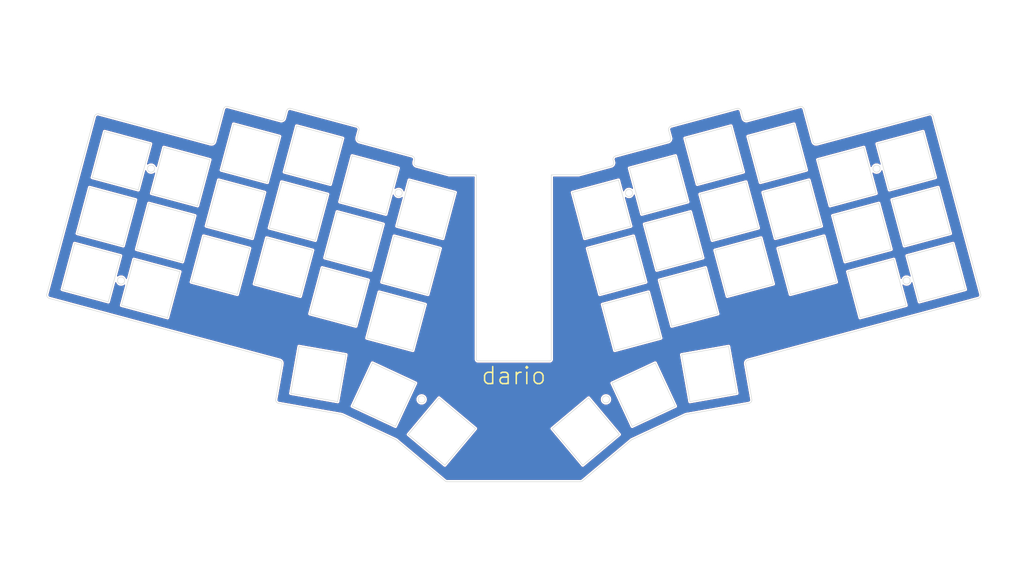
<source format=kicad_pcb>
(kicad_pcb (version 20211014) (generator pcbnew)
  (title_block (title "top_plate") (rev "v1.0.0") (company "Unknown"))
  (layers (0 "F.Cu" signal) (31 "B.Cu" signal) (34 "B.Paste" user) (35 "F.Paste" user) (36 "B.SilkS" user "B.Silkscreen") (37 "F.SilkS" user "F.Silkscreen") (38 "B.Mask" user) (39 "F.Mask" user) (44 "Edge.Cuts" user))
  (net 0 "")
  (gr_line (start 266.119319 119.685662) (end 265.536976 117.512328) (layer "Edge.Cuts") (width 0.15))
  (gr_line (start 309.259804 126.140009) (end 312.88327 139.662971) (layer "Edge.Cuts") (width 0.15))
  (gr_arc (start 174.820588 120.910407) (mid 174.213382 120.444481) (end 174.113481 119.685662) (layer "Edge.Cuts") (width 0.15))
  (gr_line (start 95.663446 134.278539) (end 92.03998 147.8015) (layer "Edge.Cuts") (width 0.15))
  (gr_circle (center 247.155925 196.45733) (end 248.205925 196.45733) (layer "Edge.Cuts") (width 0.15) (fill none))
  (gr_line (start 83.836412 166.826523) (end 151.406943 184.931992) (layer "Edge.Cuts") (width 0.15))
  (gr_line (start 109.962865 135.004228) (end 113.586332 121.481266) (layer "Edge.Cuts") (width 0.15))
  (gr_line (start 83.129305 165.601778) (end 97.105533 113.441783) (layer "Edge.Cuts") (width 0.15))
  (gr_line (start 161.126406 152.699271) (end 147.603445 149.075804) (layer "Edge.Cuts") (width 0.15))
  (gr_line (start 258.839538 162.063808) (end 255.216071 148.540846) (layer "Edge.Cuts") (width 0.15))
  (gr_line (start 104.786484 154.322744) (end 91.263522 150.699278) (layer "Edge.Cuts") (width 0.15))
  (gr_line (start 177.41309 161.463198) (end 163.890129 157.839732) (layer "Edge.Cuts") (width 0.15))
  (gr_arc (start 191.547264 128.03226) (mid 190.940058 127.566334) (end 190.840157 126.807515) (layer "Edge.Cuts") (width 0.15))
  (gr_line (start 343.127267 113.441783) (end 357.103495 165.601778) (layer "Edge.Cuts") (width 0.15))
  (gr_line (start 242.068809 196.026461) (end 231.344186 205.025487) (layer "Edge.Cuts") (width 0.15))
  (gr_line (start 165.52633 136.278532) (end 152.003369 132.655065) (layer "Edge.Cuts") (width 0.15))
  (gr_line (start 191.318297 191.680362) (end 178.629988 185.763706) (layer "Edge.Cuts") (width 0.15))
  (gr_arc (start 304.049245 110.557645) (mid 304.808064 110.657546) (end 305.27399 111.264752) (layer "Edge.Cuts") (width 0.15))
  (gr_circle (center 253.899744 135.900839) (end 254.949744 135.900839) (layer "Edge.Cuts") (width 0.15) (fill none))
  (gr_line (start 321.683118 172.504449) (end 335.206079 168.880982) (layer "Edge.Cuts") (width 0.15))
  (gr_line (start 98.330278 112.734676) (end 131.171756 121.534524) (layer "Edge.Cuts") (width 0.15))
  (gr_line (start 134.29318 129.20373) (end 147.816141 132.827196) (layer "Edge.Cuts") (width 0.15))
  (gr_line (start 297.59304 152.145713) (end 301.216506 165.668674) (layer "Edge.Cuts") (width 0.15))
  (gr_line (start 313.659727 142.560748) (end 317.283194 156.08371) (layer "Edge.Cuts") (width 0.15))
  (gr_line (start 258.419786 145.042459) (end 262.043253 158.565421) (layer "Edge.Cuts") (width 0.15))
  (gr_line (start 148.379902 146.178027) (end 161.902864 149.801493) (layer "Edge.Cuts") (width 0.15))
  (gr_line (start 276.342671 157.839732) (end 262.81971 161.463198) (layer "Edge.Cuts") (width 0.15))
  (gr_line (start 151.439608 119.304235) (end 137.916646 115.680768) (layer "Edge.Cuts") (width 0.15))
  (gr_line (start 178.629988 185.763706) (end 172.713332 198.452015) (layer "Edge.Cuts") (width 0.15))
  (gr_line (start 132.396501 120.827417) (end 134.95881 111.264752) (layer "Edge.Cuts") (width 0.15))
  (gr_line (start 292.629355 149.075804) (end 279.106394 152.699271) (layer "Edge.Cuts") (width 0.15))
  (gr_arc (start 240.294836 220.359628) (mid 239.977262 220.539224) (end 239.6164 220.592948) (layer "Edge.Cuts") (width 0.15))
  (gr_line (start 275.566214 154.941954) (end 271.942748 141.418993) (layer "Edge.Cuts") (width 0.15))
  (gr_line (start 113.586332 121.481266) (end 100.06337 117.8578) (layer "Edge.Cuts") (width 0.15))
  (gr_line (start 181.813014 145.042459) (end 168.290052 141.418993) (layer "Edge.Cuts") (width 0.15))
  (gr_line (start 263.239462 178.484547) (end 259.615995 164.961586) (layer "Edge.Cuts") (width 0.15))
  (gr_arc (start 341.902522 112.734676) (mid 342.661341 112.834577) (end 343.127267 113.441783) (layer "Edge.Cuts") (width 0.15))
  (gr_line (start 259.615995 164.961586) (end 246.093034 168.585052) (layer "Edge.Cuts") (width 0.15))
  (gr_line (start 199.316148 149.266536) (end 202.939614 135.743574) (layer "Edge.Cuts") (width 0.15))
  (gr_line (start 288.793192 119.304235) (end 292.416659 132.827196) (layer "Edge.Cuts") (width 0.15))
  (gr_line (start 273.930013 133.380754) (end 287.452974 129.757288) (layer "Edge.Cuts") (width 0.15))
  (gr_line (start 182.589471 142.144682) (end 186.212938 128.62172) (layer "Edge.Cuts") (width 0.15))
  (gr_line (start 326.406232 136.039504) (end 322.782765 122.516543) (layer "Edge.Cuts") (width 0.15))
  (gr_line (start 101.163018 167.845706) (end 104.786484 154.322744) (layer "Edge.Cuts") (width 0.15))
  (gr_line (start 122.173149 158.981487) (end 108.650187 155.358021) (layer "Edge.Cuts") (width 0.15))
  (gr_line (start 143.416218 149.247935) (end 147.039684 135.724974) (layer "Edge.Cuts") (width 0.15))
  (gr_line (start 154.6702 111.111203) (end 173.988717 116.287584) (layer "Edge.Cuts") (width 0.15))
  (gr_line (start 288.594432 114.698749) (end 304.049245 110.557645) (layer "Edge.Cuts") (width 0.15))
  (gr_line (start 189.164965 206.751083) (end 199.889587 215.75011) (layer "Edge.Cuts") (width 0.15))
  (gr_line (start 254.767295 208.260274) (end 270.453294 200.945772) (layer "Edge.Cuts") (width 0.15))
  (gr_line (start 286.787344 111.81831) (end 287.369687 113.991643) (layer "Edge.Cuts") (width 0.15))
  (gr_line (start 87.640056 164.22224) (end 101.163018 167.845706) (layer "Edge.Cuts") (width 0.15))
  (gr_arc (start 169.530536 200.867272) (mid 169.657594 200.898363) (end 169.779506 200.945772) (layer "Edge.Cuts") (width 0.15))
  (gr_line (start 270.306546 119.857793) (end 273.930013 133.380754) (layer "Edge.Cuts") (width 0.15))
  (gr_circle (center 186.333056 135.900839) (end 187.383056 135.900839) (layer "Edge.Cuts") (width 0.15) (fill none))
  (gr_line (start 335.446316 154.322744) (end 339.069783 167.845706) (layer "Edge.Cuts") (width 0.15))
  (gr_line (start 314.739468 162.045208) (end 311.116001 148.522246) (layer "Edge.Cuts") (width 0.15))
  (gr_arc (start 285.5626 111.111204) (mid 286.321418 111.211104) (end 286.787344 111.81831) (layer "Edge.Cuts") (width 0.15))
  (gr_line (start 200.6164 220.592948) (end 200.6164 220.593322) (layer "Edge.Cuts") (width 0.15))
  (gr_line (start 168.461627 197.124802) (end 170.892702 183.337493) (layer "Edge.Cuts") (width 0.15))
  (gr_line (start 129.893256 145.624469) (end 143.416218 149.247935) (layer "Edge.Cuts") (width 0.15))
  (gr_line (start 246.093034 168.585052) (end 249.7165 182.108014) (layer "Edge.Cuts") (width 0.15))
  (gr_line (start 288.099868 186.071566) (end 289.931833 196.461154) (layer "Edge.Cuts") (width 0.15))
  (gr_line (start 180.616805 164.961586) (end 176.993338 178.484547) (layer "Edge.Cuts") (width 0.15))
  (gr_line (start 250.816148 132.120107) (end 237.293186 135.743574) (layer "Edge.Cuts") (width 0.15))
  (gr_line (start 279.106394 152.699271) (end 282.72986 166.222232) (layer "Edge.Cuts") (width 0.15))
  (gr_arc (start 134.95881 111.264752) (mid 135.424736 110.657546) (end 136.183555 110.557645) (layer "Edge.Cuts") (width 0.15))
  (gr_line (start 186.212938 128.62172) (end 172.689976 124.998254) (layer "Edge.Cuts") (width 0.15))
  (gr_line (start 176.993338 178.484547) (end 190.5163 182.108014) (layer "Edge.Cuts") (width 0.15))
  (gr_line (start 340.16943 117.8578) (end 326.646468 121.481266) (layer "Edge.Cuts") (width 0.15))
  (gr_line (start 302.316154 115.680768) (end 288.793192 119.304235) (layer "Edge.Cuts") (width 0.15))
  (gr_arc (start 357.103495 165.601778) (mid 357.003594 166.360597) (end 356.396388 166.826523) (layer "Edge.Cuts") (width 0.15))
  (gr_arc (start 288.099868 186.071566) (mid 288.241284 185.360618) (end 288.825857 184.931992) (layer "Edge.Cuts") (width 0.15))
  (gr_line (start 254.439614 145.643069) (end 250.816148 132.120107) (layer "Edge.Cuts") (width 0.15))
  (gr_line (start 335.206079 168.880982) (end 331.582613 155.358021) (layer "Edge.Cuts") (width 0.15))
  (gr_line (start 257.643329 142.144682) (end 271.16629 138.521215) (layer "Edge.Cuts") (width 0.15))
  (gr_line (start 92.03998 147.8015) (end 105.562941 151.424967) (layer "Edge.Cuts") (width 0.15))
  (gr_line (start 267.519468 198.452015) (end 261.602812 185.763706) (layer "Edge.Cuts") (width 0.15))
  (gr_circle (center 193.076875 196.45733) (end 194.126875 196.45733) (layer "Edge.Cuts") (width 0.15) (fill none))
  (gr_line (start 240.294836 220.359628) (end 254.547126 208.400537) (layer "Edge.Cuts") (width 0.15))
  (gr_line (start 185.401641 204.368671) (end 191.318297 191.680362) (layer "Edge.Cuts") (width 0.15))
  (gr_line (start 262.81971 161.463198) (end 266.443176 174.98616) (layer "Edge.Cuts") (width 0.15))
  (gr_line (start 185.793186 145.643069) (end 199.316148 149.266536) (layer "Edge.Cuts") (width 0.15))
  (gr_line (start 271.771173 197.124802) (end 285.558481 194.693727) (layer "Edge.Cuts") (width 0.15))
  (gr_line (start 150.300967 196.461154) (end 152.132932 186.071566) (layer "Edge.Cuts") (width 0.15))
  (gr_line (start 109.186408 137.902005) (end 95.663446 134.278539) (layer "Edge.Cuts") (width 0.15))
  (gr_line (start 143.979978 162.598766) (end 157.50294 166.222232) (layer "Edge.Cuts") (width 0.15))
  (gr_arc (start 288.594432 114.69875) (mid 287.835613 114.598849) (end 287.369687 113.991643) (layer "Edge.Cuts") (width 0.15))
  (gr_line (start 334.669859 151.424967) (end 348.19282 147.8015) (layer "Edge.Cuts") (width 0.15))
  (gr_line (start 231.1164 184.693322) (end 231.1164 130.593322) (layer "Edge.Cuts") (width 0.15))
  (gr_line (start 133.516723 132.101507) (end 129.893256 145.624469) (layer "Edge.Cuts") (width 0.15))
  (gr_line (start 312.88327 139.662971) (end 326.406232 136.039504) (layer "Edge.Cuts") (width 0.15))
  (gr_line (start 283.127407 180.906419) (end 269.340098 183.337493) (layer "Edge.Cuts") (width 0.15))
  (gr_arc (start 231.1164 184.693322) (mid 230.969953 185.046875) (end 230.6164 185.193322) (layer "Edge.Cuts") (width 0.15))
  (gr_line (start 267.542824 124.998254) (end 254.019862 128.62172) (layer "Edge.Cuts") (width 0.15))
  (gr_line (start 147.603445 149.075804) (end 143.979978 162.598766) (layer "Edge.Cuts") (width 0.15))
  (gr_line (start 136.183555 110.557645) (end 151.638368 114.698749) (layer "Edge.Cuts") (width 0.15))
  (gr_line (start 306.716077 132.101507) (end 293.193116 135.724974) (layer "Edge.Cuts") (width 0.15))
  (gr_line (start 310.339544 145.624469) (end 306.716077 132.101507) (layer "Edge.Cuts") (width 0.15))
  (gr_arc (start 249.250292 126.276256) (mid 249.350193 125.517437) (end 249.957399 125.051511) (layer "Edge.Cuts") (width 0.15))
  (gr_line (start 251.067835 206.751083) (end 242.068809 196.026461) (layer "Edge.Cuts") (width 0.15))
  (gr_line (start 199.889587 215.75011) (end 208.888614 205.025487) (layer "Edge.Cuts") (width 0.15))
  (gr_line (start 191.547264 128.03226) (end 201.105276 130.593322) (layer "Edge.Cuts") (width 0.15))
  (gr_line (start 309.061044 121.534524) (end 341.902522 112.734676) (layer "Edge.Cuts") (width 0.15))
  (gr_line (start 169.06651 138.521215) (end 182.589471 142.144682) (layer "Edge.Cuts") (width 0.15))
  (gr_line (start 241.69311 152.164313) (end 245.316576 165.687275) (layer "Edge.Cuts") (width 0.15))
  (gr_arc (start 254.547126 208.400537) (mid 254.652614 208.32319) (end 254.767295 208.260274) (layer "Edge.Cuts") (width 0.15))
  (gr_line (start 343.792897 131.380761) (end 340.16943 117.8578) (layer "Edge.Cuts") (width 0.15))
  (gr_line (start 287.452974 129.757288) (end 283.829508 116.234326) (layer "Edge.Cuts") (width 0.15))
  (gr_line (start 157.105393 180.906419) (end 154.674319 194.693727) (layer "Edge.Cuts") (width 0.15))
  (gr_arc (start 200.6164 220.592948) (mid 200.255538 220.539224) (end 199.937964 220.359628) (layer "Edge.Cuts") (width 0.15))
  (gr_line (start 330.806156 152.460243) (end 327.182689 138.937282) (layer "Edge.Cuts") (width 0.15))
  (gr_line (start 198.163992 196.026461) (end 189.164965 206.751083) (layer "Edge.Cuts") (width 0.15))
  (gr_line (start 161.902864 149.801493) (end 165.52633 136.278532) (layer "Edge.Cuts") (width 0.15))
  (gr_line (start 262.043253 158.565421) (end 275.566214 154.941954) (layer "Edge.Cuts") (width 0.15))
  (gr_line (start 271.16629 138.521215) (end 267.542824 124.998254) (layer "Edge.Cuts") (width 0.15))
  (gr_line (start 198.53969 152.164313) (end 185.016729 148.540846) (layer "Edge.Cuts") (width 0.15))
  (gr_line (start 249.392643 126.807515) (end 249.250292 126.276256) (layer "Edge.Cuts") (width 0.15))
  (gr_line (start 322.782765 122.516543) (end 309.259804 126.140009) (layer "Edge.Cuts") (width 0.15))
  (gr_line (start 170.892702 183.337493) (end 157.105393 180.906419) (layer "Edge.Cuts") (width 0.15))
  (gr_line (start 125.493332 162.045208) (end 139.016294 165.668674) (layer "Edge.Cuts") (width 0.15))
  (gr_line (start 278.329937 149.801493) (end 291.852898 146.178027) (layer "Edge.Cuts") (width 0.15))
  (gr_line (start 164.666586 154.941954) (end 178.189547 158.565421) (layer "Edge.Cuts") (width 0.15))
  (gr_line (start 108.650187 155.358021) (end 105.026721 168.880982) (layer "Edge.Cuts") (width 0.15))
  (gr_arc (start 173.988717 116.287583) (mid 174.595923 116.753509) (end 174.695824 117.512328) (layer "Edge.Cuts") (width 0.15))
  (gr_arc (start 152.863112 113.991643) (mid 152.397186 114.598849) (end 151.638368 114.698749) (layer "Edge.Cuts") (width 0.15))
  (gr_line (start 127.34953 139.662971) (end 130.972997 126.140009) (layer "Edge.Cuts") (width 0.15))
  (gr_line (start 152.003369 132.655065) (end 148.379902 146.178027) (layer "Edge.Cuts") (width 0.15))
  (gr_line (start 100.06337 117.8578) (end 96.439903 131.380761) (layer "Edge.Cuts") (width 0.15))
  (gr_line (start 239.6164 220.593322) (end 239.6164 220.592948) (layer "Edge.Cuts") (width 0.15))
  (gr_line (start 113.050111 138.937282) (end 109.426645 152.460243) (layer "Edge.Cuts") (width 0.15))
  (gr_line (start 152.779826 129.757288) (end 166.302787 133.380754) (layer "Edge.Cuts") (width 0.15))
  (gr_line (start 348.969278 150.699278) (end 335.446316 154.322744) (layer "Edge.Cuts") (width 0.15))
  (gr_line (start 178.189547 158.565421) (end 181.813014 145.042459) (layer "Edge.Cuts") (width 0.15))
  (gr_line (start 96.439903 131.380761) (end 109.962865 135.004228) (layer "Edge.Cuts") (width 0.15))
  (gr_line (start 296.816582 149.247935) (end 310.339544 145.624469) (layer "Edge.Cuts") (width 0.15))
  (gr_line (start 130.972997 126.140009) (end 117.450035 122.516543) (layer "Edge.Cuts") (width 0.15))
  (gr_line (start 239.127524 130.593322) (end 248.685536 128.03226) (layer "Edge.Cuts") (width 0.15))
  (gr_line (start 254.019862 128.62172) (end 257.643329 142.144682) (layer "Edge.Cuts") (width 0.15))
  (gr_line (start 245.316576 165.687275) (end 258.839538 162.063808) (layer "Edge.Cuts") (width 0.15))
  (gr_line (start 142.639761 152.145713) (end 129.116799 148.522246) (layer "Edge.Cuts") (width 0.15))
  (gr_line (start 185.685674 208.400537) (end 199.937964 220.359628) (layer "Edge.Cuts") (width 0.15))
  (gr_line (start 249.7165 182.108014) (end 263.239462 178.484547) (layer "Edge.Cuts") (width 0.15))
  (gr_line (start 109.426645 152.460243) (end 122.949606 156.08371) (layer "Edge.Cuts") (width 0.15))
  (gr_line (start 147.039684 135.724974) (end 133.516723 132.101507) (layer "Edge.Cuts") (width 0.15))
  (gr_circle (center 113.70645 128.760385) (end 114.75645 128.760385) (layer "Edge.Cuts") (width 0.15) (fill none))
  (gr_circle (center 335.326198 161.601863) (end 336.376198 161.601863) (layer "Edge.Cuts") (width 0.15) (fill none))
  (gr_line (start 344.569354 134.278539) (end 331.046392 137.902005) (layer "Edge.Cuts") (width 0.15))
  (gr_arc (start 289.931833 196.461154) (mid 289.766177 197.208379) (end 289.120673 197.61961) (layer "Edge.Cuts") (width 0.15))
  (gr_line (start 326.646468 121.481266) (end 330.269935 135.004228) (layer "Edge.Cuts") (width 0.15))
  (gr_line (start 254.831159 204.368671) (end 267.519468 198.452015) (layer "Edge.Cuts") (width 0.15))
  (gr_arc (start 190.275401 125.051511) (mid 190.882607 125.517437) (end 190.982508 126.276256) (layer "Edge.Cuts") (width 0.15))
  (gr_line (start 339.069783 167.845706) (end 352.592744 164.22224) (layer "Edge.Cuts") (width 0.15))
  (gr_line (start 185.016729 148.540846) (end 181.393262 162.063808) (layer "Edge.Cuts") (width 0.15))
  (gr_line (start 105.026721 168.880982) (end 118.549682 172.504449) (layer "Edge.Cuts") (width 0.15))
  (gr_line (start 181.393262 162.063808) (end 194.916224 165.687275) (layer "Edge.Cuts") (width 0.15))
  (gr_line (start 122.949606 156.08371) (end 126.573073 142.560748) (layer "Edge.Cuts") (width 0.15))
  (gr_line (start 118.549682 172.504449) (end 122.173149 158.981487) (layer "Edge.Cuts") (width 0.15))
  (gr_line (start 237.293186 135.743574) (end 240.916653 149.266536) (layer "Edge.Cuts") (width 0.15))
  (gr_line (start 208.888614 205.025487) (end 198.163992 196.026461) (layer "Edge.Cuts") (width 0.15))
  (gr_arc (start 153.445455 111.81831) (mid 153.911381 111.211104) (end 154.6702 111.111203) (layer "Edge.Cuts") (width 0.15))
  (gr_line (start 157.50294 166.222232) (end 161.126406 152.699271) (layer "Edge.Cuts") (width 0.15))
  (gr_line (start 311.116001 148.522246) (end 297.59304 152.145713) (layer "Edge.Cuts") (width 0.15))
  (gr_line (start 168.290052 141.418993) (end 164.666586 154.941954) (layer "Edge.Cuts") (width 0.15))
  (gr_line (start 291.852898 146.178027) (end 288.229432 132.655065) (layer "Edge.Cuts") (width 0.15))
  (gr_line (start 255.216071 148.540846) (end 241.69311 152.164313) (layer "Edge.Cuts") (width 0.15))
  (gr_line (start 189.416653 132.120107) (end 185.793186 145.643069) (layer "Edge.Cuts") (width 0.15))
  (gr_line (start 91.263522 150.699278) (end 87.640056 164.22224) (layer "Edge.Cuts") (width 0.15))
  (gr_line (start 129.116799 148.522246) (end 125.493332 162.045208) (layer "Edge.Cuts") (width 0.15))
  (gr_line (start 190.982508 126.276256) (end 190.840157 126.807515) (layer "Edge.Cuts") (width 0.15))
  (gr_line (start 105.562941 151.424967) (end 109.186408 137.902005) (layer "Edge.Cuts") (width 0.15))
  (gr_line (start 163.890129 157.839732) (end 160.266662 171.362693) (layer "Edge.Cuts") (width 0.15))
  (gr_line (start 137.916646 115.680768) (end 134.29318 129.20373) (layer "Edge.Cuts") (width 0.15))
  (gr_line (start 209.1164 130.593322) (end 201.105276 130.593322) (layer "Edge.Cuts") (width 0.15))
  (gr_arc (start 83.836412 166.826523) (mid 83.229206 166.360597) (end 83.129305 165.601778) (layer "Edge.Cuts") (width 0.15))
  (gr_line (start 279.966138 171.362693) (end 276.342671 157.839732) (layer "Edge.Cuts") (width 0.15))
  (gr_line (start 126.573073 142.560748) (end 113.050111 138.937282) (layer "Edge.Cuts") (width 0.15))
  (gr_line (start 190.5163 182.108014) (end 194.139767 168.585052) (layer "Edge.Cuts") (width 0.15))
  (gr_line (start 318.059651 158.981487) (end 321.683118 172.504449) (layer "Edge.Cuts") (width 0.15))
  (gr_line (start 330.269935 135.004228) (end 343.792897 131.380761) (layer "Edge.Cuts") (width 0.15))
  (gr_line (start 274.70647 136.278532) (end 278.329937 149.801493) (layer "Edge.Cuts") (width 0.15))
  (gr_line (start 352.592744 164.22224) (end 348.969278 150.699278) (layer "Edge.Cuts") (width 0.15))
  (gr_line (start 317.283194 156.08371) (end 330.806156 152.460243) (layer "Edge.Cuts") (width 0.15))
  (gr_line (start 202.939614 135.743574) (end 189.416653 132.120107) (layer "Edge.Cuts") (width 0.15))
  (gr_line (start 117.450035 122.516543) (end 113.826568 136.039504) (layer "Edge.Cuts") (width 0.15))
  (gr_line (start 174.695824 117.512328) (end 174.113481 119.685662) (layer "Edge.Cuts") (width 0.15))
  (gr_line (start 288.825857 184.931992) (end 356.396388 166.826523) (layer "Edge.Cuts") (width 0.15))
  (gr_line (start 151.112127 197.61961) (end 169.530536 200.867272) (layer "Edge.Cuts") (width 0.15))
  (gr_line (start 209.1164 130.593322) (end 209.1164 184.693322) (layer "Edge.Cuts") (width 0.15))
  (gr_line (start 292.416659 132.827196) (end 305.93962 129.20373) (layer "Edge.Cuts") (width 0.15))
  (gr_line (start 231.344186 205.025487) (end 240.343213 215.75011) (layer "Edge.Cuts") (width 0.15))
  (gr_line (start 248.914503 191.680362) (end 254.831159 204.368671) (layer "Edge.Cuts") (width 0.15))
  (gr_line (start 327.182689 138.937282) (end 313.659727 142.560748) (layer "Edge.Cuts") (width 0.15))
  (gr_arc (start 132.396501 120.827417) (mid 131.930575 121.434623) (end 131.171756 121.534524) (layer "Edge.Cuts") (width 0.15))
  (gr_line (start 283.829508 116.234326) (end 270.306546 119.857793) (layer "Edge.Cuts") (width 0.15))
  (gr_arc (start 270.453294 200.945772) (mid 270.575206 200.898363) (end 270.702264 200.867272) (layer "Edge.Cuts") (width 0.15))
  (gr_line (start 172.713332 198.452015) (end 185.401641 204.368671) (layer "Edge.Cuts") (width 0.15))
  (gr_line (start 173.789624 174.98616) (end 177.41309 161.463198) (layer "Edge.Cuts") (width 0.15))
  (gr_line (start 331.582613 155.358021) (end 318.059651 158.981487) (layer "Edge.Cuts") (width 0.15))
  (gr_line (start 271.942748 141.418993) (end 258.419786 145.042459) (layer "Edge.Cuts") (width 0.15))
  (gr_circle (center 104.906603 161.601863) (end 105.956603 161.601863) (layer "Edge.Cuts") (width 0.15) (fill none))
  (gr_line (start 266.244083 116.287584) (end 285.5626 111.111203) (layer "Edge.Cuts") (width 0.15))
  (gr_arc (start 151.112127 197.61961) (mid 150.466623 197.208379) (end 150.300967 196.461154) (layer "Edge.Cuts") (width 0.15))
  (gr_line (start 172.689976 124.998254) (end 169.06651 138.521215) (layer "Edge.Cuts") (width 0.15))
  (gr_line (start 200.6164 220.593322) (end 239.6164 220.593322) (layer "Edge.Cuts") (width 0.15))
  (gr_line (start 261.602812 185.763706) (end 248.914503 191.680362) (layer "Edge.Cuts") (width 0.15))
  (gr_line (start 169.926254 119.857793) (end 156.403292 116.234326) (layer "Edge.Cuts") (width 0.15))
  (gr_line (start 209.6164 185.193322) (end 230.6164 185.193322) (layer "Edge.Cuts") (width 0.15))
  (gr_arc (start 266.119319 119.685662) (mid 266.019418 120.444481) (end 265.412212 120.910407) (layer "Edge.Cuts") (width 0.15))
  (gr_arc (start 309.061044 121.534524) (mid 308.302225 121.434623) (end 307.836299 120.827417) (layer "Edge.Cuts") (width 0.15))
  (gr_arc (start 185.465505 208.260274) (mid 185.580186 208.32319) (end 185.685674 208.400537) (layer "Edge.Cuts") (width 0.15))
  (gr_line (start 296.252822 162.598766) (end 292.629355 149.075804) (layer "Edge.Cuts") (width 0.15))
  (gr_line (start 266.443176 174.98616) (end 279.966138 171.362693) (layer "Edge.Cuts") (width 0.15))
  (gr_line (start 174.820588 120.910407) (end 190.275401 125.051511) (layer "Edge.Cuts") (width 0.15))
  (gr_line (start 301.216506 165.668674) (end 314.739468 162.045208) (layer "Edge.Cuts") (width 0.15))
  (gr_line (start 139.016294 165.668674) (end 142.639761 152.145713) (layer "Edge.Cuts") (width 0.15))
  (gr_line (start 154.674319 194.693727) (end 168.461627 197.124802) (layer "Edge.Cuts") (width 0.15))
  (gr_line (start 282.72986 166.222232) (end 296.252822 162.598766) (layer "Edge.Cuts") (width 0.15))
  (gr_line (start 194.916224 165.687275) (end 198.53969 152.164313) (layer "Edge.Cuts") (width 0.15))
  (gr_circle (center 326.52635 128.760385) (end 327.57635 128.760385) (layer "Edge.Cuts") (width 0.15) (fill none))
  (gr_line (start 152.863113 113.991643) (end 153.445456 111.81831) (layer "Edge.Cuts") (width 0.15))
  (gr_line (start 194.139767 168.585052) (end 180.616805 164.961586) (layer "Edge.Cuts") (width 0.15))
  (gr_line (start 348.19282 147.8015) (end 344.569354 134.278539) (layer "Edge.Cuts") (width 0.15))
  (gr_line (start 156.403292 116.234326) (end 152.779826 129.757288) (layer "Edge.Cuts") (width 0.15))
  (gr_arc (start 97.105533 113.441783) (mid 97.571459 112.834577) (end 98.330278 112.734676) (layer "Edge.Cuts") (width 0.15))
  (gr_arc (start 151.406943 184.931992) (mid 151.991515 185.360618) (end 152.132932 186.071566) (layer "Edge.Cuts") (width 0.15))
  (gr_arc (start 265.536977 117.512328) (mid 265.636877 116.75351) (end 266.244083 116.287584) (layer "Edge.Cuts") (width 0.15))
  (gr_line (start 269.340098 183.337493) (end 271.771173 197.124802) (layer "Edge.Cuts") (width 0.15))
  (gr_line (start 305.93962 129.20373) (end 302.316154 115.680768) (layer "Edge.Cuts") (width 0.15))
  (gr_line (start 288.229432 132.655065) (end 274.70647 136.278532) (layer "Edge.Cuts") (width 0.15))
  (gr_line (start 331.046392 137.902005) (end 334.669859 151.424967) (layer "Edge.Cuts") (width 0.15))
  (gr_line (start 240.916653 149.266536) (end 254.439614 145.643069) (layer "Edge.Cuts") (width 0.15))
  (gr_line (start 285.558481 194.693727) (end 283.127407 180.906419) (layer "Edge.Cuts") (width 0.15))
  (gr_line (start 147.816141 132.827196) (end 151.439608 119.304235) (layer "Edge.Cuts") (width 0.15))
  (gr_line (start 240.343213 215.75011) (end 251.067835 206.751083) (layer "Edge.Cuts") (width 0.15))
  (gr_line (start 239.127524 130.593322) (end 231.1164 130.593322) (layer "Edge.Cuts") (width 0.15))
  (gr_arc (start 209.6164 185.193322) (mid 209.262847 185.046875) (end 209.1164 184.693322) (layer "Edge.Cuts") (width 0.15))
  (gr_line (start 270.702264 200.867272) (end 289.120673 197.61961) (layer "Edge.Cuts") (width 0.15))
  (gr_line (start 293.193116 135.724974) (end 296.816582 149.247935) (layer "Edge.Cuts") (width 0.15))
  (gr_line (start 160.266662 171.362693) (end 173.789624 174.98616) (layer "Edge.Cuts") (width 0.15))
  (gr_line (start 113.826568 136.039504) (end 127.34953 139.662971) (layer "Edge.Cuts") (width 0.15))
  (gr_line (start 169.779506 200.945772) (end 185.465505 208.260274) (layer "Edge.Cuts") (width 0.15))
  (gr_line (start 305.27399 111.264752) (end 307.836299 120.827417) (layer "Edge.Cuts") (width 0.15))
  (gr_arc (start 249.392643 126.807515) (mid 249.292742 127.566334) (end 248.685536 128.03226) (layer "Edge.Cuts") (width 0.15))
  (gr_line (start 249.957399 125.051511) (end 265.412212 120.910407) (layer "Edge.Cuts") (width 0.15))
  (gr_line (start 166.302787 133.380754) (end 169.926254 119.857793) (layer "Edge.Cuts") (width 0.15))
  (gr_text "dario" (at 220.1164 189.5348) (layer "F.SilkS") (effects (font (size 5 5) (thickness 0.45))))
  (zone (net 0) (net_name "") (layers F&B.Cu) (connect_pads (clearance 0.508)) (min_thickness 0.254) (fill yes (thermal_gap 0.508) (thermal_bridge_width 0.508))
    (polygon (pts (xy 369.57 248.8692) (xy 69.3928 249.4788) (xy 69.596 79.2988) (xy 369.7732 79.2988)))
  )
)
</source>
